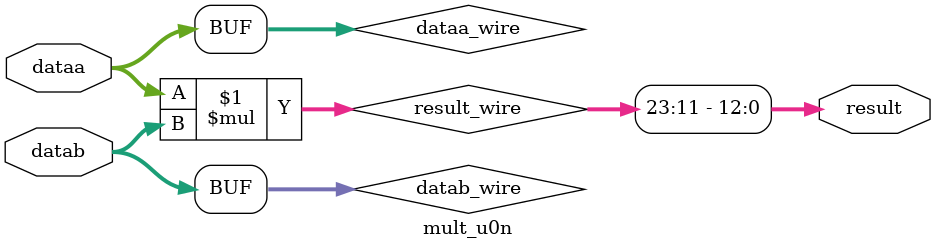
<source format=v>






//synthesis_resources = 
//synopsys translate_off
`timescale 1 ps / 1 ps
//synopsys translate_on
module  mult_u0n
	( 
	dataa,
	datab,
	result) /* synthesis synthesis_clearbox=1 */;
	input   [11:0]  dataa;
	input   [11:0]  datab;
	output   [12:0]  result;

	wire signed	[11:0]    dataa_wire;
	wire signed	[11:0]    datab_wire;
	wire signed	[23:0]    result_wire;



	assign dataa_wire = dataa;
	assign datab_wire = datab;
	assign result_wire = dataa_wire * datab_wire;
	assign result = ({result_wire[23:11]});

endmodule //mult_u0n
//VALID FILE

</source>
